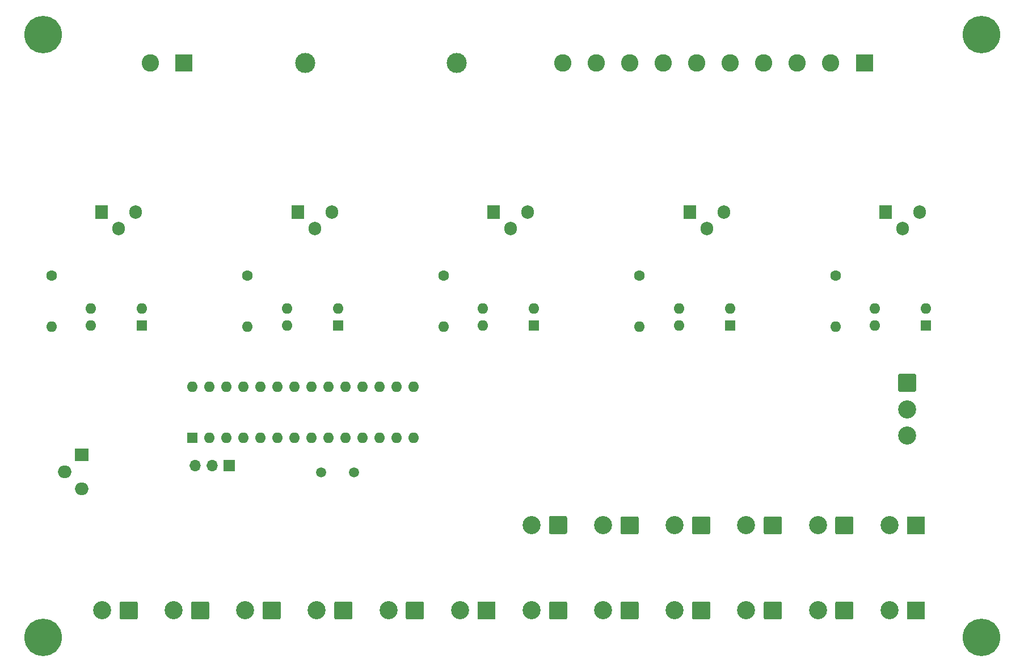
<source format=gbr>
%TF.GenerationSoftware,KiCad,Pcbnew,(5.1.12)-1*%
%TF.CreationDate,2021-11-13T03:11:12+08:00*%
%TF.ProjectId,main,6d61696e-2e6b-4696-9361-645f70636258,rev?*%
%TF.SameCoordinates,Original*%
%TF.FileFunction,Soldermask,Bot*%
%TF.FilePolarity,Negative*%
%FSLAX46Y46*%
G04 Gerber Fmt 4.6, Leading zero omitted, Abs format (unit mm)*
G04 Created by KiCad (PCBNEW (5.1.12)-1) date 2021-11-13 03:11:12*
%MOMM*%
%LPD*%
G01*
G04 APERTURE LIST*
%ADD10C,5.600000*%
%ADD11C,2.700000*%
%ADD12R,2.000000X1.905000*%
%ADD13O,2.000000X1.905000*%
%ADD14O,1.600000X1.600000*%
%ADD15R,1.600000X1.600000*%
%ADD16R,1.905000X2.000000*%
%ADD17O,1.905000X2.000000*%
%ADD18O,1.700000X1.700000*%
%ADD19R,1.700000X1.700000*%
%ADD20C,2.600000*%
%ADD21R,2.600000X2.600000*%
%ADD22C,1.600000*%
%ADD23C,1.500000*%
%ADD24C,3.000000*%
G04 APERTURE END LIST*
D10*
%TO.C,H4*%
X195000000Y-145000000D03*
%TD*%
%TO.C,H3*%
X55000000Y-145000000D03*
%TD*%
%TO.C,H2*%
X195000000Y-55000000D03*
%TD*%
%TO.C,H1*%
X55000000Y-55000000D03*
%TD*%
D11*
%TO.C,J4*%
X183945000Y-114920000D03*
X183945000Y-110960000D03*
G36*
G01*
X182845001Y-105650000D02*
X185044999Y-105650000D01*
G75*
G02*
X185295000Y-105900001I0J-250001D01*
G01*
X185295000Y-108099999D01*
G75*
G02*
X185044999Y-108350000I-250001J0D01*
G01*
X182845001Y-108350000D01*
G75*
G02*
X182595000Y-108099999I0J250001D01*
G01*
X182595000Y-105900001D01*
G75*
G02*
X182845001Y-105650000I250001J0D01*
G01*
G37*
%TD*%
D12*
%TO.C,U1*%
X60750000Y-117750000D03*
D13*
X58250000Y-120290000D03*
X60750000Y-122830000D03*
%TD*%
D14*
%TO.C,U4*%
X149880000Y-98500000D03*
X157500000Y-95960000D03*
X149880000Y-95960000D03*
D15*
X157500000Y-98500000D03*
%TD*%
D14*
%TO.C,U2*%
X77250000Y-107630000D03*
X110270000Y-115250000D03*
X79790000Y-107630000D03*
X107730000Y-115250000D03*
X82330000Y-107630000D03*
X105190000Y-115250000D03*
X84870000Y-107630000D03*
X102650000Y-115250000D03*
X87410000Y-107630000D03*
X100110000Y-115250000D03*
X89950000Y-107630000D03*
X97570000Y-115250000D03*
X92490000Y-107630000D03*
X95030000Y-115250000D03*
X95030000Y-107630000D03*
X92490000Y-115250000D03*
X97570000Y-107630000D03*
X89950000Y-115250000D03*
X100110000Y-107630000D03*
X87410000Y-115250000D03*
X102650000Y-107630000D03*
X84870000Y-115250000D03*
X105190000Y-107630000D03*
X82330000Y-115250000D03*
X107730000Y-107630000D03*
X79790000Y-115250000D03*
X110270000Y-107630000D03*
D15*
X77250000Y-115250000D03*
%TD*%
D14*
%TO.C,U3*%
X179130000Y-98500000D03*
X186750000Y-95960000D03*
X179130000Y-95960000D03*
D15*
X186750000Y-98500000D03*
%TD*%
D14*
%TO.C,U7*%
X62130000Y-98500000D03*
X69750000Y-95960000D03*
X62130000Y-95960000D03*
D15*
X69750000Y-98500000D03*
%TD*%
D14*
%TO.C,U6*%
X91380000Y-98500000D03*
X99000000Y-95960000D03*
X91380000Y-95960000D03*
D15*
X99000000Y-98500000D03*
%TD*%
D14*
%TO.C,U5*%
X120630000Y-98500000D03*
X128250000Y-95960000D03*
X120630000Y-95960000D03*
D15*
X128250000Y-98500000D03*
%TD*%
D16*
%TO.C,Q1*%
X180750000Y-81500000D03*
D17*
X183290000Y-84000000D03*
X185830000Y-81500000D03*
%TD*%
D16*
%TO.C,Q5*%
X63750000Y-81500000D03*
D17*
X66290000Y-84000000D03*
X68830000Y-81500000D03*
%TD*%
D16*
%TO.C,Q4*%
X93000000Y-81500000D03*
D17*
X95540000Y-84000000D03*
X98080000Y-81500000D03*
%TD*%
D16*
%TO.C,Q3*%
X122250000Y-81500000D03*
D17*
X124790000Y-84000000D03*
X127330000Y-81500000D03*
%TD*%
D16*
%TO.C,Q2*%
X151500000Y-81500000D03*
D17*
X154040000Y-84000000D03*
X156580000Y-81500000D03*
%TD*%
D18*
%TO.C,J3*%
X77670000Y-119400000D03*
X80210000Y-119400000D03*
D19*
X82750000Y-119400000D03*
%TD*%
%TO.C,BTN2*%
G36*
G01*
X69100000Y-139900001D02*
X69100000Y-142099999D01*
G75*
G02*
X68849999Y-142350000I-250001J0D01*
G01*
X66650001Y-142350000D01*
G75*
G02*
X66400000Y-142099999I0J250001D01*
G01*
X66400000Y-139900001D01*
G75*
G02*
X66650001Y-139650000I250001J0D01*
G01*
X68849999Y-139650000D01*
G75*
G02*
X69100000Y-139900001I0J-250001D01*
G01*
G37*
D11*
X63790000Y-141000000D03*
%TD*%
%TO.C,BTN6*%
G36*
G01*
X111827272Y-139900001D02*
X111827272Y-142099999D01*
G75*
G02*
X111577271Y-142350000I-250001J0D01*
G01*
X109377273Y-142350000D01*
G75*
G02*
X109127272Y-142099999I0J250001D01*
G01*
X109127272Y-139900001D01*
G75*
G02*
X109377273Y-139650000I250001J0D01*
G01*
X111577271Y-139650000D01*
G75*
G02*
X111827272Y-139900001I0J-250001D01*
G01*
G37*
X106517272Y-141000000D03*
%TD*%
%TO.C,R3*%
G36*
G01*
X133190908Y-127150001D02*
X133190908Y-129349999D01*
G75*
G02*
X132940907Y-129600000I-250001J0D01*
G01*
X130740909Y-129600000D01*
G75*
G02*
X130490908Y-129349999I0J250001D01*
G01*
X130490908Y-127150001D01*
G75*
G02*
X130740909Y-126900000I250001J0D01*
G01*
X132940907Y-126900000D01*
G75*
G02*
X133190908Y-127150001I0J-250001D01*
G01*
G37*
X127880908Y-128250000D03*
%TD*%
%TO.C,SW6*%
G36*
G01*
X175918180Y-139900001D02*
X175918180Y-142099999D01*
G75*
G02*
X175668179Y-142350000I-250001J0D01*
G01*
X173468181Y-142350000D01*
G75*
G02*
X173218180Y-142099999I0J250001D01*
G01*
X173218180Y-139900001D01*
G75*
G02*
X173468181Y-139650000I250001J0D01*
G01*
X175668179Y-139650000D01*
G75*
G02*
X175918180Y-139900001I0J-250001D01*
G01*
G37*
X170608180Y-141000000D03*
%TD*%
%TO.C,BTN7*%
G36*
G01*
X122509090Y-139900001D02*
X122509090Y-142099999D01*
G75*
G02*
X122259089Y-142350000I-250001J0D01*
G01*
X120059091Y-142350000D01*
G75*
G02*
X119809090Y-142099999I0J250001D01*
G01*
X119809090Y-139900001D01*
G75*
G02*
X120059091Y-139650000I250001J0D01*
G01*
X122259089Y-139650000D01*
G75*
G02*
X122509090Y-139900001I0J-250001D01*
G01*
G37*
X117199090Y-141000000D03*
%TD*%
D20*
%TO.C,J2*%
X71000000Y-59250000D03*
D21*
X76000000Y-59250000D03*
%TD*%
D20*
%TO.C,J1*%
X132550000Y-59250000D03*
X137550000Y-59250000D03*
X142550000Y-59250000D03*
X147550000Y-59250000D03*
X152550000Y-59250000D03*
X157550000Y-59250000D03*
X162550000Y-59250000D03*
X167550000Y-59250000D03*
X172550000Y-59250000D03*
D21*
X177550000Y-59250000D03*
%TD*%
D14*
%TO.C,R23*%
X173250000Y-98620000D03*
D22*
X173250000Y-91000000D03*
%TD*%
D14*
%TO.C,R43*%
X56250000Y-98620000D03*
D22*
X56250000Y-91000000D03*
%TD*%
D14*
%TO.C,R38*%
X85500000Y-98620000D03*
D22*
X85500000Y-91000000D03*
%TD*%
D14*
%TO.C,R33*%
X114750000Y-98620000D03*
D22*
X114750000Y-91000000D03*
%TD*%
D14*
%TO.C,R28*%
X144000000Y-98620000D03*
D22*
X144000000Y-91000000D03*
%TD*%
D23*
%TO.C,Y1*%
X101400000Y-120350000D03*
X96500000Y-120350000D03*
%TD*%
%TO.C,BTN5*%
G36*
G01*
X101145454Y-139900001D02*
X101145454Y-142099999D01*
G75*
G02*
X100895453Y-142350000I-250001J0D01*
G01*
X98695455Y-142350000D01*
G75*
G02*
X98445454Y-142099999I0J250001D01*
G01*
X98445454Y-139900001D01*
G75*
G02*
X98695455Y-139650000I250001J0D01*
G01*
X100895453Y-139650000D01*
G75*
G02*
X101145454Y-139900001I0J-250001D01*
G01*
G37*
D11*
X95835454Y-141000000D03*
%TD*%
%TO.C,BTN4*%
G36*
G01*
X90463636Y-139900001D02*
X90463636Y-142099999D01*
G75*
G02*
X90213635Y-142350000I-250001J0D01*
G01*
X88013637Y-142350000D01*
G75*
G02*
X87763636Y-142099999I0J250001D01*
G01*
X87763636Y-139900001D01*
G75*
G02*
X88013637Y-139650000I250001J0D01*
G01*
X90213635Y-139650000D01*
G75*
G02*
X90463636Y-139900001I0J-250001D01*
G01*
G37*
X85153636Y-141000000D03*
%TD*%
%TO.C,BTN3*%
G36*
G01*
X79781818Y-139900001D02*
X79781818Y-142099999D01*
G75*
G02*
X79531817Y-142350000I-250001J0D01*
G01*
X77331819Y-142350000D01*
G75*
G02*
X77081818Y-142099999I0J250001D01*
G01*
X77081818Y-139900001D01*
G75*
G02*
X77331819Y-139650000I250001J0D01*
G01*
X79531817Y-139650000D01*
G75*
G02*
X79781818Y-139900001I0J-250001D01*
G01*
G37*
X74471818Y-141000000D03*
%TD*%
%TO.C,SW7*%
G36*
G01*
X186600000Y-139900001D02*
X186600000Y-142099999D01*
G75*
G02*
X186349999Y-142350000I-250001J0D01*
G01*
X184150001Y-142350000D01*
G75*
G02*
X183900000Y-142099999I0J250001D01*
G01*
X183900000Y-139900001D01*
G75*
G02*
X184150001Y-139650000I250001J0D01*
G01*
X186349999Y-139650000D01*
G75*
G02*
X186600000Y-139900001I0J-250001D01*
G01*
G37*
X181290000Y-141000000D03*
%TD*%
%TO.C,SW5*%
G36*
G01*
X165236362Y-139900001D02*
X165236362Y-142099999D01*
G75*
G02*
X164986361Y-142350000I-250001J0D01*
G01*
X162786363Y-142350000D01*
G75*
G02*
X162536362Y-142099999I0J250001D01*
G01*
X162536362Y-139900001D01*
G75*
G02*
X162786363Y-139650000I250001J0D01*
G01*
X164986361Y-139650000D01*
G75*
G02*
X165236362Y-139900001I0J-250001D01*
G01*
G37*
X159926362Y-141000000D03*
%TD*%
%TO.C,SW2*%
G36*
G01*
X133190908Y-139900001D02*
X133190908Y-142099999D01*
G75*
G02*
X132940907Y-142350000I-250001J0D01*
G01*
X130740909Y-142350000D01*
G75*
G02*
X130490908Y-142099999I0J250001D01*
G01*
X130490908Y-139900001D01*
G75*
G02*
X130740909Y-139650000I250001J0D01*
G01*
X132940907Y-139650000D01*
G75*
G02*
X133190908Y-139900001I0J-250001D01*
G01*
G37*
X127880908Y-141000000D03*
%TD*%
%TO.C,SW4*%
G36*
G01*
X154554544Y-139900001D02*
X154554544Y-142099999D01*
G75*
G02*
X154304543Y-142350000I-250001J0D01*
G01*
X152104545Y-142350000D01*
G75*
G02*
X151854544Y-142099999I0J250001D01*
G01*
X151854544Y-139900001D01*
G75*
G02*
X152104545Y-139650000I250001J0D01*
G01*
X154304543Y-139650000D01*
G75*
G02*
X154554544Y-139900001I0J-250001D01*
G01*
G37*
X149244544Y-141000000D03*
%TD*%
%TO.C,SW3*%
G36*
G01*
X143872726Y-139900001D02*
X143872726Y-142099999D01*
G75*
G02*
X143622725Y-142350000I-250001J0D01*
G01*
X141422727Y-142350000D01*
G75*
G02*
X141172726Y-142099999I0J250001D01*
G01*
X141172726Y-139900001D01*
G75*
G02*
X141422727Y-139650000I250001J0D01*
G01*
X143622725Y-139650000D01*
G75*
G02*
X143872726Y-139900001I0J-250001D01*
G01*
G37*
X138562726Y-141000000D03*
%TD*%
%TO.C,R13*%
G36*
G01*
X186600000Y-127200001D02*
X186600000Y-129399999D01*
G75*
G02*
X186349999Y-129650000I-250001J0D01*
G01*
X184150001Y-129650000D01*
G75*
G02*
X183900000Y-129399999I0J250001D01*
G01*
X183900000Y-127200001D01*
G75*
G02*
X184150001Y-126950000I250001J0D01*
G01*
X186349999Y-126950000D01*
G75*
G02*
X186600000Y-127200001I0J-250001D01*
G01*
G37*
X181290000Y-128300000D03*
%TD*%
%TO.C,R11*%
G36*
G01*
X175918180Y-127200001D02*
X175918180Y-129399999D01*
G75*
G02*
X175668179Y-129650000I-250001J0D01*
G01*
X173468181Y-129650000D01*
G75*
G02*
X173218180Y-129399999I0J250001D01*
G01*
X173218180Y-127200001D01*
G75*
G02*
X173468181Y-126950000I250001J0D01*
G01*
X175668179Y-126950000D01*
G75*
G02*
X175918180Y-127200001I0J-250001D01*
G01*
G37*
X170608180Y-128300000D03*
%TD*%
%TO.C,R9*%
G36*
G01*
X165236362Y-127200001D02*
X165236362Y-129399999D01*
G75*
G02*
X164986361Y-129650000I-250001J0D01*
G01*
X162786363Y-129650000D01*
G75*
G02*
X162536362Y-129399999I0J250001D01*
G01*
X162536362Y-127200001D01*
G75*
G02*
X162786363Y-126950000I250001J0D01*
G01*
X164986361Y-126950000D01*
G75*
G02*
X165236362Y-127200001I0J-250001D01*
G01*
G37*
X159926362Y-128300000D03*
%TD*%
%TO.C,R7*%
G36*
G01*
X154554544Y-127200001D02*
X154554544Y-129399999D01*
G75*
G02*
X154304543Y-129650000I-250001J0D01*
G01*
X152104545Y-129650000D01*
G75*
G02*
X151854544Y-129399999I0J250001D01*
G01*
X151854544Y-127200001D01*
G75*
G02*
X152104545Y-126950000I250001J0D01*
G01*
X154304543Y-126950000D01*
G75*
G02*
X154554544Y-127200001I0J-250001D01*
G01*
G37*
X149244544Y-128300000D03*
%TD*%
%TO.C,R5*%
G36*
G01*
X143872726Y-127200001D02*
X143872726Y-129399999D01*
G75*
G02*
X143622725Y-129650000I-250001J0D01*
G01*
X141422727Y-129650000D01*
G75*
G02*
X141172726Y-129399999I0J250001D01*
G01*
X141172726Y-127200001D01*
G75*
G02*
X141422727Y-126950000I250001J0D01*
G01*
X143622725Y-126950000D01*
G75*
G02*
X143872726Y-127200001I0J-250001D01*
G01*
G37*
X138562726Y-128300000D03*
%TD*%
D24*
%TO.C,F1*%
X116750000Y-59250000D03*
X94150000Y-59250000D03*
%TD*%
M02*

</source>
